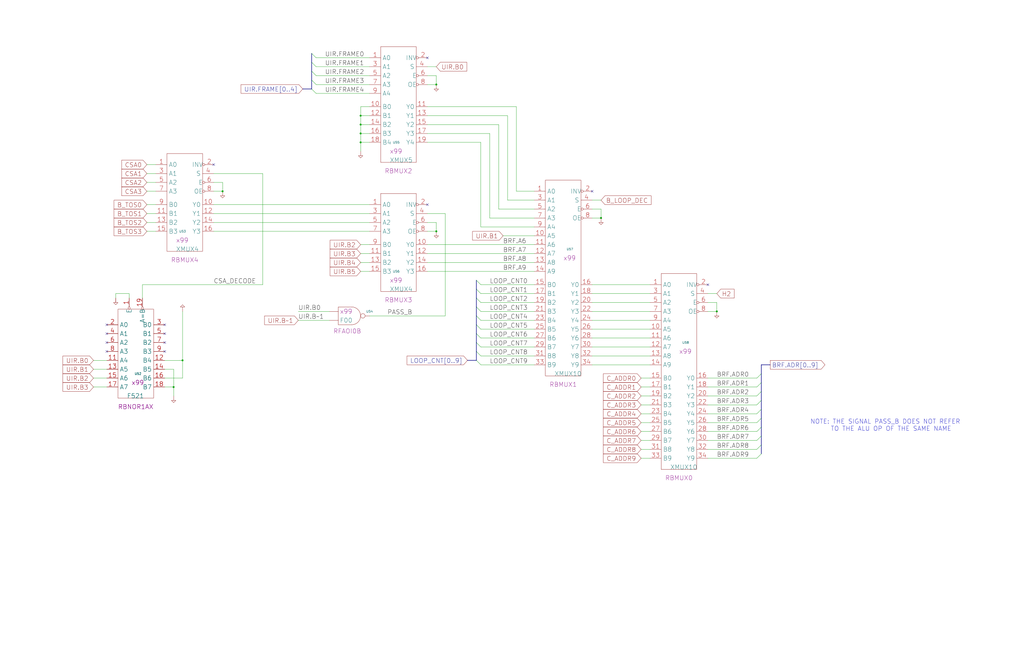
<source format=kicad_sch>
(kicad_sch (version 20230121) (generator eeschema)
  (paper "User" 584.2 378.46)
  (title_block (title "REGISTER FILE CONTROL\\nB ADDRESS GENERATION") (date "15-MAR-90") (rev "1.0") (comment 1 "TYPE") (comment 2 "232-003062") (comment 3 "S400") (comment 4 "RELEASED"))
  (lib_symbols
    (symbol "r1000:F00" (pin_numbers hide) (pin_names hide)
      (property "Reference" "U" (at 15.24 0 0))
      (property "Value" "F00" (at 1.905 -5.08 0))
      (property "Location" "___" (at 1.905 0 0))
      (property "Name" "______" (at 2.54 -12.7 0))
      (symbol "F00_0_1"
        (polyline (pts (xy -2.54 -7.62) (xy 5.08 -7.62)) (stroke (width 0.1524)))
        (polyline (pts (xy -2.54 2.54) (xy -2.54 -7.62)) (stroke (width 0.1524)))
        (polyline (pts (xy -2.54 2.54) (xy 5.08 2.54)) (stroke (width 0.1524)))
        (arc (start 5.08 -7.62) (mid 10.1282 -2.54) (end 5.08 2.54) (stroke (width 0.1524)))
        (circle (center 11.43 -2.54) (radius 1.27) (stroke (width 0.1524)))
      )
      (symbol "F00_0_2"
        (circle (center -3.81 -5.08) (radius 1.27) (stroke (width 0.1524)))
        (circle (center -3.81 0) (radius 1.27) (stroke (width 0.1524)))
        (arc (start -3.175 -7.62) (mid -2.134 -2.54) (end -3.175 2.54) (stroke (width 0.1524)))
        (polyline (pts (xy -3.175 -7.62) (xy 3.81 -7.62)) (stroke (width 0.1524)))
        (polyline (pts (xy -3.175 2.54) (xy 3.81 2.54)) (stroke (width 0.1524)))
        (arc (start 3.81 -7.62) (mid 7.5855 -5.8306) (end 10.16 -2.54) (stroke (width 0.1524)))
        (arc (start 10.16 -2.54) (mid 7.5827 0.7471) (end 3.81 2.54) (stroke (width 0.1524)))
      )
      (symbol "F00_1_1"
        (pin input line (at -7.62 0 0) (length 5.08) (name "D0") (number "1"))
        (pin input line (at -7.62 -5.08 0) (length 5.08) (name "D1") (number "2"))
        (pin output line (at 15.24 -2.54 180) (length 2.54) (name "Q") (number "3"))
      )
      (symbol "F00_1_2"
        (pin input line (at -7.62 0 0) (length 2.54) (name "D0") (number "1"))
        (pin input line (at -7.62 -5.08 0) (length 2.54) (name "D1") (number "2"))
        (pin output line (at 15.24 -2.54 180) (length 5.08) (name "Q") (number "3"))
      )
    )
    (symbol "r1000:F521" (pin_names (offset 1.016))
      (property "Reference" "U" (at 2.54 5.08 0))
      (property "Value" "F521" (at -3.81 -7.62 0))
      (property "Location" "___" (at -1.27 0 0))
      (property "Name" "______" (at 1.27 -15.24 0))
      (symbol "F521_1_1"
        (rectangle (start -8.89 41.91) (end 11.43 -8.89))
        (circle (center -2.54 42.545) (radius 0.635))
        (circle (center 5.08 42.545) (radius 0.635))
        (pin input line (at -2.54 48.26 270) (length 5.08) (name "E") (number "1"))
        (pin input line (at -15.24 12.7 0) (length 6.35) (name "A4") (number "11"))
        (pin input line (at 17.78 12.7 180) (length 6.35) (name "B4") (number "12"))
        (pin input line (at -15.24 7.62 0) (length 6.35) (name "A5") (number "13"))
        (pin input line (at 17.78 7.62 180) (length 6.35) (name "B5") (number "14"))
        (pin input line (at -15.24 2.54 0) (length 6.35) (name "A6") (number "15"))
        (pin input line (at 17.78 2.54 180) (length 6.35) (name "B6") (number "16"))
        (pin input line (at -15.24 -2.54 0) (length 6.35) (name "A7") (number "17"))
        (pin input line (at 17.78 -2.54 180) (length 6.35) (name "B7") (number "18"))
        (pin output line (at 5.08 48.26 270) (length 5.08) (name "A=B") (number "19"))
        (pin input line (at -15.24 33.02 0) (length 6.35) (name "A0") (number "2"))
        (pin input line (at 17.78 33.02 180) (length 6.35) (name "B0") (number "3"))
        (pin input line (at -15.24 27.94 0) (length 6.35) (name "A1") (number "4"))
        (pin input line (at 17.78 27.94 180) (length 6.35) (name "B1") (number "5"))
        (pin input line (at -15.24 22.86 0) (length 6.35) (name "A2") (number "6"))
        (pin input line (at 17.78 22.86 180) (length 6.35) (name "B2") (number "7"))
        (pin input line (at -15.24 17.78 0) (length 6.35) (name "A3") (number "8"))
        (pin input line (at 17.78 17.78 180) (length 6.35) (name "B3") (number "9"))
      )
    )
    (symbol "r1000:PD" (power) (pin_numbers hide) (pin_names hide) (in_bom no)
      (symbol "PD_0_1"
        (polyline (pts (xy 0 -2.54) (xy 1.27 -2.54) (xy 0 -3.81) (xy -1.27 -2.54) (xy 0 -2.54)) (stroke (width 0.1524)))
      )
      (symbol "PD_1_1"
        (pin power_in line (at 0 0 270) (length 2.54) (name "PD") (number "1"))
      )
    )
    (symbol "r1000:PU" (power) (pin_numbers hide) (pin_names hide)
      (symbol "PU_0_1"
        (polyline (pts (xy 0 2.54) (xy -1.27 2.54) (xy 0 3.81) (xy 1.27 2.54) (xy 0 2.54)) (stroke (width 0.1524)))
      )
      (symbol "PU_1_1"
        (pin power_in line (at 0 0 90) (length 2.54) (name "PU") (number "1"))
      )
    )
    (symbol "r1000:XMUX10" (pin_names (offset 1.016))
      (property "Reference" "U" (at 2.54 5.08 0))
      (property "Value" "XMUX10" (at -6.35 -66.04 0))
      (property "Location" "___" (at -1.27 0 0))
      (property "Name" "______" (at -1.27 -73.66 0))
      (symbol "XMUX10_1_1"
        (rectangle (start -11.43 44.45) (end 8.89 -67.31))
        (circle (center 9.525 22.86) (radius 0.635))
        (circle (center 9.525 27.94) (radius 0.635))
        (circle (center 9.525 38.1) (radius 0.635))
        (pin input line (at -17.78 38.1 0) (length 6.35) (name "A0") (number "1"))
        (pin input line (at -17.78 12.7 0) (length 6.35) (name "A5") (number "10"))
        (pin input line (at -17.78 7.62 0) (length 6.35) (name "A6") (number "11"))
        (pin input line (at -17.78 2.54 0) (length 6.35) (name "A7") (number "12"))
        (pin input line (at -17.78 -2.54 0) (length 6.35) (name "A8") (number "13"))
        (pin input line (at -17.78 -7.62 0) (length 6.35) (name "A9") (number "14"))
        (pin input line (at -17.78 -15.24 0) (length 6.35) (name "B0") (number "15"))
        (pin tri_state line (at 15.24 -15.24 180) (length 6.35) (name "Y0") (number "16"))
        (pin input line (at -17.78 -20.32 0) (length 6.35) (name "B1") (number "17"))
        (pin tri_state line (at 15.24 -20.32 180) (length 6.35) (name "Y1") (number "18"))
        (pin input line (at -17.78 -25.4 0) (length 6.35) (name "B2") (number "19"))
        (pin input line (at 15.24 38.1 180) (length 5.08) (name "INV") (number "2"))
        (pin tri_state line (at 15.24 -25.4 180) (length 6.35) (name "Y2") (number "20"))
        (pin input line (at -17.78 -30.48 0) (length 6.35) (name "B3") (number "21"))
        (pin tri_state line (at 15.24 -30.48 180) (length 6.35) (name "Y3") (number "22"))
        (pin input line (at -17.78 -35.56 0) (length 6.35) (name "B4") (number "23"))
        (pin tri_state line (at 15.24 -35.56 180) (length 6.35) (name "Y4") (number "24"))
        (pin input line (at -17.78 -40.64 0) (length 6.35) (name "B5") (number "25"))
        (pin tri_state line (at 15.24 -40.64 180) (length 6.35) (name "Y5") (number "26"))
        (pin input line (at -17.78 -45.72 0) (length 6.35) (name "B6") (number "27"))
        (pin tri_state line (at 15.24 -45.72 180) (length 6.35) (name "Y6") (number "28"))
        (pin input line (at -17.78 -50.8 0) (length 6.35) (name "B7") (number "29"))
        (pin input line (at -17.78 33.02 0) (length 6.35) (name "A1") (number "3"))
        (pin tri_state line (at 15.24 -50.8 180) (length 6.35) (name "Y7") (number "30"))
        (pin input line (at -17.78 -55.88 0) (length 6.35) (name "B8") (number "31"))
        (pin tri_state line (at 15.24 -55.88 180) (length 6.35) (name "Y8") (number "32"))
        (pin input line (at -17.78 -60.96 0) (length 6.35) (name "B9") (number "33"))
        (pin tri_state line (at 15.24 -60.96 180) (length 6.35) (name "Y9") (number "34"))
        (pin input line (at 15.24 33.02 180) (length 6.35) (name "S") (number "4"))
        (pin input line (at -17.78 27.94 0) (length 6.35) (name "A2") (number "5"))
        (pin input line (at 15.24 27.94 180) (length 5.08) (name "E") (number "6"))
        (pin input line (at -17.78 22.86 0) (length 6.35) (name "A3") (number "7"))
        (pin input line (at 15.24 22.86 180) (length 5.08) (name "OE") (number "8"))
        (pin input line (at -17.78 17.78 0) (length 6.35) (name "A4") (number "9"))
      )
    )
    (symbol "r1000:XMUX4" (pin_names (offset 1.016))
      (property "Reference" "U" (at 2.54 5.08 0))
      (property "Value" "XMUX4" (at -1.27 -5.08 0))
      (property "Location" "___" (at -1.27 0 0))
      (property "Name" "______" (at 3.81 -12.7 0))
      (symbol "XMUX4_1_1"
        (rectangle (start -6.35 49.53) (end 13.97 -6.35))
        (circle (center 14.605 27.94) (radius 0.635))
        (circle (center 14.605 33.02) (radius 0.635))
        (circle (center 14.605 43.18) (radius 0.635))
        (pin input line (at -12.7 43.18 0) (length 6.35) (name "A0") (number "1"))
        (pin tri_state line (at 20.32 20.32 180) (length 6.35) (name "Y0") (number "10"))
        (pin input line (at -12.7 15.24 0) (length 6.35) (name "B1") (number "11"))
        (pin tri_state line (at 20.32 15.24 180) (length 6.35) (name "Y1") (number "12"))
        (pin input line (at -12.7 10.16 0) (length 6.35) (name "B2") (number "13"))
        (pin tri_state line (at 20.32 10.16 180) (length 6.35) (name "Y2") (number "14"))
        (pin input line (at -12.7 5.08 0) (length 6.35) (name "B3") (number "15"))
        (pin tri_state line (at 20.32 5.08 180) (length 6.35) (name "Y3") (number "16"))
        (pin input line (at 20.32 43.18 180) (length 5.08) (name "INV") (number "2"))
        (pin input line (at -12.7 38.1 0) (length 6.35) (name "A1") (number "3"))
        (pin input line (at 20.32 38.1 180) (length 6.35) (name "S") (number "4"))
        (pin input line (at -12.7 33.02 0) (length 6.35) (name "A2") (number "5"))
        (pin input line (at 20.32 33.02 180) (length 5.08) (name "E") (number "6"))
        (pin input line (at -12.7 27.94 0) (length 6.35) (name "A3") (number "7"))
        (pin input line (at 20.32 27.94 180) (length 5.08) (name "OE") (number "8"))
        (pin input line (at -12.7 20.32 0) (length 6.35) (name "B0") (number "9"))
      )
    )
    (symbol "r1000:XMUX5" (pin_names (offset 1.016))
      (property "Reference" "U" (at 2.54 5.08 0))
      (property "Value" "XMUX5" (at -1.27 -5.08 0))
      (property "Location" "___" (at -1.27 0 0))
      (property "Name" "______" (at 3.81 -12.7 0))
      (symbol "XMUX5_1_1"
        (rectangle (start -6.35 59.69) (end 13.97 -6.35))
        (circle (center 14.605 38.1) (radius 0.635))
        (circle (center 14.605 43.18) (radius 0.635))
        (circle (center 14.605 53.34) (radius 0.635))
        (pin input line (at -12.7 53.34 0) (length 6.35) (name "A0") (number "1"))
        (pin input line (at -12.7 25.4 0) (length 6.35) (name "B0") (number "10"))
        (pin tri_state line (at 20.32 25.4 180) (length 6.35) (name "Y0") (number "11"))
        (pin input line (at -12.7 20.32 0) (length 6.35) (name "B1") (number "12"))
        (pin tri_state line (at 20.32 20.32 180) (length 6.35) (name "Y1") (number "13"))
        (pin input line (at -12.7 15.24 0) (length 6.35) (name "B2") (number "14"))
        (pin tri_state line (at 20.32 15.24 180) (length 6.35) (name "Y2") (number "15"))
        (pin input line (at -12.7 10.16 0) (length 6.35) (name "B3") (number "16"))
        (pin tri_state line (at 20.32 10.16 180) (length 6.35) (name "Y3") (number "17"))
        (pin input line (at -12.7 5.08 0) (length 6.35) (name "B4") (number "18"))
        (pin tri_state line (at 20.32 5.08 180) (length 6.35) (name "Y4") (number "19"))
        (pin input line (at 20.32 53.34 180) (length 5.08) (name "INV") (number "2"))
        (pin input line (at -12.7 48.26 0) (length 6.35) (name "A1") (number "3"))
        (pin input line (at 20.32 48.26 180) (length 6.35) (name "S") (number "4"))
        (pin input line (at -12.7 43.18 0) (length 6.35) (name "A2") (number "5"))
        (pin input line (at 20.32 43.18 180) (length 5.08) (name "E") (number "6"))
        (pin input line (at -12.7 38.1 0) (length 6.35) (name "A3") (number "7"))
        (pin input line (at 20.32 38.1 180) (length 5.08) (name "OE") (number "8"))
        (pin input line (at -12.7 33.02 0) (length 6.35) (name "A4") (number "9"))
      )
    )
  )
  (junction (at 205.74 76.2))
  (junction (at 342.9 124.46))
  (junction (at 408.94 177.8))
  (junction (at 99.06 220.98))
  (junction (at 205.74 66.04))
  (junction (at 205.74 71.12))
  (junction (at 248.92 132.08))
  (junction (at 104.14 205.74))
  (junction (at 248.92 48.26))
  (junction (at 205.74 81.28))
  (junction (at 127 109.22))
  (no_connect (at 403.86 162.56))
  (no_connect (at 93.98 190.5))
  (no_connect (at 93.98 185.42))
  (no_connect (at 60.96 200.66))
  (no_connect (at 337.82 109.22))
  (no_connect (at 121.92 93.98))
  (no_connect (at 243.84 33.02))
  (no_connect (at 243.84 116.84))
  (no_connect (at 60.96 185.42))
  (no_connect (at 60.96 190.5))
  (no_connect (at 93.98 195.58))
  (no_connect (at 60.96 195.58))
  (no_connect (at 93.98 200.66))
  (bus_entry (at 434.34 248.92) (size -2.54 2.54))
  (bus_entry (at 271.78 200.66) (size 2.54 2.54))
  (bus_entry (at 434.34 228.6) (size -2.54 2.54))
  (bus_entry (at 271.78 180.34) (size 2.54 2.54))
  (bus_entry (at 271.78 160.02) (size 2.54 2.54))
  (bus_entry (at 177.8 40.64) (size 2.54 2.54))
  (bus_entry (at 271.78 195.58) (size 2.54 2.54))
  (bus_entry (at 177.8 50.8) (size 2.54 2.54))
  (bus_entry (at 271.78 165.1) (size 2.54 2.54))
  (bus_entry (at 434.34 233.68) (size -2.54 2.54))
  (bus_entry (at 271.78 205.74) (size 2.54 2.54))
  (bus_entry (at 177.8 35.56) (size 2.54 2.54))
  (bus_entry (at 177.8 30.48) (size 2.54 2.54))
  (bus_entry (at 177.8 45.72) (size 2.54 2.54))
  (bus_entry (at 434.34 243.84) (size -2.54 2.54))
  (bus_entry (at 434.34 259.08) (size -2.54 2.54))
  (bus_entry (at 271.78 190.5) (size 2.54 2.54))
  (bus_entry (at 434.34 213.36) (size -2.54 2.54))
  (bus_entry (at 434.34 254) (size -2.54 2.54))
  (bus_entry (at 434.34 238.76) (size -2.54 2.54))
  (bus_entry (at 271.78 175.26) (size 2.54 2.54))
  (bus_entry (at 434.34 223.52) (size -2.54 2.54))
  (bus_entry (at 271.78 185.42) (size 2.54 2.54))
  (bus_entry (at 271.78 170.18) (size 2.54 2.54))
  (bus_entry (at 434.34 218.44) (size -2.54 2.54))
  (wire (pts (xy 83.82 127) (xy 88.9 127)))
  (wire (pts (xy 403.86 167.64) (xy 408.94 167.64)))
  (wire (pts (xy 289.56 66.04) (xy 289.56 114.3)))
  (bus (pts (xy 434.34 213.36) (xy 434.34 208.28)))
  (wire (pts (xy 274.32 162.56) (xy 304.8 162.56)))
  (wire (pts (xy 83.82 109.22) (xy 88.9 109.22)))
  (wire (pts (xy 180.34 53.34) (xy 210.82 53.34)))
  (wire (pts (xy 243.84 121.92) (xy 254 121.92)))
  (bus (pts (xy 271.78 170.18) (xy 271.78 175.26)))
  (wire (pts (xy 66.04 167.64) (xy 73.66 167.64)))
  (wire (pts (xy 274.32 208.28) (xy 304.8 208.28)))
  (wire (pts (xy 243.84 154.94) (xy 304.8 154.94)))
  (bus (pts (xy 271.78 195.58) (xy 271.78 200.66)))
  (wire (pts (xy 287.02 134.62) (xy 304.8 134.62)))
  (bus (pts (xy 434.34 238.76) (xy 434.34 233.68)))
  (bus (pts (xy 434.34 228.6) (xy 434.34 223.52)))
  (wire (pts (xy 121.92 127) (xy 210.82 127)))
  (wire (pts (xy 294.64 60.96) (xy 243.84 60.96)))
  (bus (pts (xy 271.78 165.1) (xy 271.78 170.18)))
  (wire (pts (xy 337.82 198.12) (xy 370.84 198.12)))
  (wire (pts (xy 274.32 203.2) (xy 304.8 203.2)))
  (wire (pts (xy 403.86 231.14) (xy 431.8 231.14)))
  (wire (pts (xy 104.14 215.9) (xy 104.14 205.74)))
  (bus (pts (xy 177.8 30.48) (xy 177.8 35.56)))
  (wire (pts (xy 337.82 203.2) (xy 370.84 203.2)))
  (wire (pts (xy 170.18 177.8) (xy 187.96 177.8)))
  (wire (pts (xy 170.18 182.88) (xy 187.96 182.88)))
  (wire (pts (xy 93.98 210.82) (xy 99.06 210.82)))
  (wire (pts (xy 294.64 109.22) (xy 294.64 60.96)))
  (wire (pts (xy 121.92 121.92) (xy 210.82 121.92)))
  (wire (pts (xy 81.28 162.56) (xy 149.86 162.56)))
  (wire (pts (xy 243.84 66.04) (xy 289.56 66.04)))
  (bus (pts (xy 434.34 254) (xy 434.34 248.92)))
  (wire (pts (xy 365.76 256.54) (xy 370.84 256.54)))
  (bus (pts (xy 434.34 233.68) (xy 434.34 228.6)))
  (wire (pts (xy 66.04 170.18) (xy 66.04 167.64)))
  (wire (pts (xy 243.84 76.2) (xy 279.4 76.2)))
  (wire (pts (xy 254 180.34) (xy 254 121.92)))
  (bus (pts (xy 271.78 175.26) (xy 271.78 180.34)))
  (bus (pts (xy 177.8 40.64) (xy 177.8 45.72)))
  (wire (pts (xy 365.76 215.9) (xy 370.84 215.9)))
  (wire (pts (xy 274.32 129.54) (xy 274.32 81.28)))
  (wire (pts (xy 274.32 167.64) (xy 304.8 167.64)))
  (wire (pts (xy 365.76 251.46) (xy 370.84 251.46)))
  (wire (pts (xy 248.92 127) (xy 243.84 127)))
  (wire (pts (xy 83.82 99.06) (xy 88.9 99.06)))
  (wire (pts (xy 403.86 220.98) (xy 431.8 220.98)))
  (wire (pts (xy 248.92 43.18) (xy 243.84 43.18)))
  (wire (pts (xy 83.82 93.98) (xy 88.9 93.98)))
  (wire (pts (xy 99.06 220.98) (xy 99.06 226.06)))
  (wire (pts (xy 83.82 116.84) (xy 88.9 116.84)))
  (wire (pts (xy 93.98 205.74) (xy 104.14 205.74)))
  (wire (pts (xy 274.32 172.72) (xy 304.8 172.72)))
  (wire (pts (xy 180.34 43.18) (xy 210.82 43.18)))
  (wire (pts (xy 274.32 198.12) (xy 304.8 198.12)))
  (wire (pts (xy 408.94 177.8) (xy 408.94 172.72)))
  (bus (pts (xy 434.34 218.44) (xy 434.34 213.36)))
  (wire (pts (xy 81.28 162.56) (xy 81.28 170.18)))
  (wire (pts (xy 304.8 129.54) (xy 274.32 129.54)))
  (wire (pts (xy 337.82 172.72) (xy 370.84 172.72)))
  (wire (pts (xy 205.74 76.2) (xy 205.74 71.12)))
  (wire (pts (xy 365.76 241.3) (xy 370.84 241.3)))
  (bus (pts (xy 177.8 35.56) (xy 177.8 40.64)))
  (wire (pts (xy 284.48 71.12) (xy 243.84 71.12)))
  (wire (pts (xy 205.74 71.12) (xy 205.74 66.04)))
  (wire (pts (xy 342.9 119.38) (xy 337.82 119.38)))
  (wire (pts (xy 205.74 71.12) (xy 210.82 71.12)))
  (bus (pts (xy 434.34 223.52) (xy 434.34 218.44)))
  (bus (pts (xy 271.78 185.42) (xy 271.78 190.5)))
  (wire (pts (xy 304.8 119.38) (xy 284.48 119.38)))
  (wire (pts (xy 365.76 236.22) (xy 370.84 236.22)))
  (wire (pts (xy 205.74 81.28) (xy 210.82 81.28)))
  (wire (pts (xy 403.86 226.06) (xy 431.8 226.06)))
  (wire (pts (xy 53.34 215.9) (xy 60.96 215.9)))
  (wire (pts (xy 127 109.22) (xy 127 104.14)))
  (wire (pts (xy 337.82 162.56) (xy 370.84 162.56)))
  (wire (pts (xy 210.82 180.34) (xy 254 180.34)))
  (wire (pts (xy 408.94 172.72) (xy 403.86 172.72)))
  (wire (pts (xy 403.86 256.54) (xy 431.8 256.54)))
  (wire (pts (xy 403.86 177.8) (xy 408.94 177.8)))
  (wire (pts (xy 243.84 139.7) (xy 304.8 139.7)))
  (wire (pts (xy 93.98 215.9) (xy 104.14 215.9)))
  (wire (pts (xy 121.92 116.84) (xy 210.82 116.84)))
  (wire (pts (xy 248.92 132.08) (xy 248.92 127)))
  (wire (pts (xy 304.8 109.22) (xy 294.64 109.22)))
  (wire (pts (xy 121.92 109.22) (xy 127 109.22)))
  (wire (pts (xy 243.84 149.86) (xy 304.8 149.86)))
  (wire (pts (xy 127 104.14) (xy 121.92 104.14)))
  (wire (pts (xy 403.86 251.46) (xy 431.8 251.46)))
  (wire (pts (xy 279.4 124.46) (xy 304.8 124.46)))
  (wire (pts (xy 365.76 246.38) (xy 370.84 246.38)))
  (wire (pts (xy 403.86 215.9) (xy 431.8 215.9)))
  (wire (pts (xy 337.82 124.46) (xy 342.9 124.46)))
  (wire (pts (xy 93.98 220.98) (xy 99.06 220.98)))
  (wire (pts (xy 274.32 193.04) (xy 304.8 193.04)))
  (wire (pts (xy 99.06 210.82) (xy 99.06 220.98)))
  (wire (pts (xy 337.82 167.64) (xy 370.84 167.64)))
  (wire (pts (xy 53.34 210.82) (xy 60.96 210.82)))
  (wire (pts (xy 121.92 132.08) (xy 210.82 132.08)))
  (wire (pts (xy 243.84 48.26) (xy 248.92 48.26)))
  (bus (pts (xy 271.78 190.5) (xy 271.78 195.58)))
  (wire (pts (xy 337.82 182.88) (xy 370.84 182.88)))
  (bus (pts (xy 434.34 248.92) (xy 434.34 243.84)))
  (wire (pts (xy 403.86 236.22) (xy 431.8 236.22)))
  (wire (pts (xy 180.34 33.02) (xy 210.82 33.02)))
  (wire (pts (xy 274.32 187.96) (xy 304.8 187.96)))
  (wire (pts (xy 289.56 114.3) (xy 304.8 114.3)))
  (wire (pts (xy 205.74 66.04) (xy 210.82 66.04)))
  (wire (pts (xy 149.86 99.06) (xy 121.92 99.06)))
  (bus (pts (xy 434.34 259.08) (xy 434.34 254)))
  (wire (pts (xy 337.82 193.04) (xy 370.84 193.04)))
  (wire (pts (xy 205.74 66.04) (xy 205.74 60.96)))
  (wire (pts (xy 83.82 121.92) (xy 88.9 121.92)))
  (wire (pts (xy 337.82 114.3) (xy 342.9 114.3)))
  (wire (pts (xy 180.34 38.1) (xy 210.82 38.1)))
  (wire (pts (xy 83.82 104.14) (xy 88.9 104.14)))
  (wire (pts (xy 205.74 86.36) (xy 205.74 81.28)))
  (bus (pts (xy 271.78 200.66) (xy 271.78 205.74)))
  (wire (pts (xy 284.48 119.38) (xy 284.48 71.12)))
  (wire (pts (xy 205.74 139.7) (xy 210.82 139.7)))
  (wire (pts (xy 403.86 241.3) (xy 431.8 241.3)))
  (wire (pts (xy 365.76 220.98) (xy 370.84 220.98)))
  (wire (pts (xy 83.82 132.08) (xy 88.9 132.08)))
  (wire (pts (xy 205.74 76.2) (xy 210.82 76.2)))
  (wire (pts (xy 365.76 261.62) (xy 370.84 261.62)))
  (wire (pts (xy 149.86 162.56) (xy 149.86 99.06)))
  (wire (pts (xy 243.84 132.08) (xy 248.92 132.08)))
  (wire (pts (xy 243.84 38.1) (xy 248.92 38.1)))
  (wire (pts (xy 248.92 48.26) (xy 248.92 43.18)))
  (wire (pts (xy 205.74 149.86) (xy 210.82 149.86)))
  (wire (pts (xy 365.76 231.14) (xy 370.84 231.14)))
  (wire (pts (xy 53.34 220.98) (xy 60.96 220.98)))
  (wire (pts (xy 337.82 177.8) (xy 370.84 177.8)))
  (wire (pts (xy 365.76 226.06) (xy 370.84 226.06)))
  (wire (pts (xy 205.74 144.78) (xy 210.82 144.78)))
  (wire (pts (xy 337.82 187.96) (xy 370.84 187.96)))
  (wire (pts (xy 205.74 81.28) (xy 205.74 76.2)))
  (wire (pts (xy 403.86 261.62) (xy 431.8 261.62)))
  (bus (pts (xy 434.34 243.84) (xy 434.34 238.76)))
  (wire (pts (xy 337.82 208.28) (xy 370.84 208.28)))
  (wire (pts (xy 53.34 205.74) (xy 60.96 205.74)))
  (wire (pts (xy 180.34 48.26) (xy 210.82 48.26)))
  (wire (pts (xy 73.66 167.64) (xy 73.66 170.18)))
  (bus (pts (xy 177.8 45.72) (xy 177.8 50.8)))
  (wire (pts (xy 205.74 60.96) (xy 210.82 60.96)))
  (wire (pts (xy 274.32 177.8) (xy 304.8 177.8)))
  (bus (pts (xy 271.78 180.34) (xy 271.78 185.42)))
  (wire (pts (xy 403.86 246.38) (xy 431.8 246.38)))
  (wire (pts (xy 243.84 144.78) (xy 304.8 144.78)))
  (bus (pts (xy 266.7 205.74) (xy 271.78 205.74)))
  (wire (pts (xy 274.32 182.88) (xy 304.8 182.88)))
  (bus (pts (xy 434.34 208.28) (xy 439.42 208.28)))
  (bus (pts (xy 172.72 50.8) (xy 177.8 50.8)))
  (bus (pts (xy 271.78 160.02) (xy 271.78 165.1)))
  (wire (pts (xy 205.74 154.94) (xy 210.82 154.94)))
  (wire (pts (xy 279.4 76.2) (xy 279.4 124.46)))
  (wire (pts (xy 342.9 124.46) (xy 342.9 119.38)))
  (wire (pts (xy 274.32 81.28) (xy 243.84 81.28)))
  (wire (pts (xy 104.14 205.74) (xy 104.14 177.8)))
  (text "NOTE: THE SIGNAL PASS_B DOES NOT REFER\n      TO THE ALU OP OF THE SAME NAME" (at 462.28 246.38 0) (effects (font (size 2.54 2.54)) (justify left bottom)))
  (label "CSA_DECODE" (at 121.92 162.56 0) (effects (font (size 2.54 2.54))))
  (label "BRF.A8" (at 287.02 149.86 0) (effects (font (size 2.54 2.54))))
  (label "BRF.ADR8" (at 408.94 256.54 0) (effects (font (size 2.54 2.54))))
  (label "BRF.A9" (at 287.02 154.94 0) (effects (font (size 2.54 2.54))))
  (label "UIR.FRAME1" (at 185.42 38.1 0) (effects (font (size 2.54 2.54))))
  (label "LOOP_CNT1" (at 279.4 167.64 0) (effects (font (size 2.54 2.54))))
  (label "BRF.ADR7" (at 408.94 251.46 0) (effects (font (size 2.54 2.54))))
  (label "LOOP_CNT2" (at 279.4 172.72 0) (effects (font (size 2.54 2.54))))
  (label "BRF.ADR3" (at 408.94 231.14 0) (effects (font (size 2.54 2.54))))
  (label "BRF.ADR2" (at 408.94 226.06 0) (effects (font (size 2.54 2.54))))
  (label "BRF.ADR0" (at 408.94 215.9 0) (effects (font (size 2.54 2.54))))
  (label "BRF.ADR6" (at 408.94 246.38 0) (effects (font (size 2.54 2.54))))
  (label "PASS_B" (at 220.98 180.34 0) (effects (font (size 2.54 2.54))))
  (label "LOOP_CNT5" (at 279.4 187.96 0) (effects (font (size 2.54 2.54))))
  (label "UIR.B0" (at 170.18 177.8 0) (effects (font (size 2.54 2.54))))
  (label "BRF.A6" (at 287.02 139.7 0) (effects (font (size 2.54 2.54))))
  (label "LOOP_CNT6" (at 279.4 193.04 0) (effects (font (size 2.54 2.54))))
  (label "UIR.B~1" (at 170.18 182.88 0) (effects (font (size 2.54 2.54))))
  (label "LOOP_CNT9" (at 279.4 208.28 0) (effects (font (size 2.54 2.54))))
  (label "LOOP_CNT4" (at 279.4 182.88 0) (effects (font (size 2.54 2.54))))
  (label "BRF.ADR9" (at 408.94 261.62 0) (effects (font (size 2.54 2.54))))
  (label "BRF.ADR1" (at 408.94 220.98 0) (effects (font (size 2.54 2.54))))
  (label "LOOP_CNT7" (at 279.4 198.12 0) (effects (font (size 2.54 2.54))))
  (label "BRF.ADR5" (at 408.94 241.3 0) (effects (font (size 2.54 2.54))))
  (label "UIR.FRAME4" (at 185.42 53.34 0) (effects (font (size 2.54 2.54))))
  (label "UIR.FRAME2" (at 185.42 43.18 0) (effects (font (size 2.54 2.54))))
  (label "UIR.FRAME3" (at 185.42 48.26 0) (effects (font (size 2.54 2.54))))
  (label "UIR.FRAME0" (at 185.42 33.02 0) (effects (font (size 2.54 2.54))))
  (label "LOOP_CNT8" (at 279.4 203.2 0) (effects (font (size 2.54 2.54))))
  (label "BRF.A7" (at 287.02 144.78 0) (effects (font (size 2.54 2.54))))
  (label "LOOP_CNT0" (at 279.4 162.56 0) (effects (font (size 2.54 2.54))))
  (label "BRF.ADR4" (at 408.94 236.22 0) (effects (font (size 2.54 2.54))))
  (label "LOOP_CNT3" (at 279.4 177.8 0) (effects (font (size 2.54 2.54))))
  (global_label "CSA3" (shape input) (at 83.82 109.22 180) (effects (font (size 2.54 2.54))) (property "Intersheetrefs" "${INTERSHEET_REFS}" (at 69.4388 109.0613 0) (effects (font (size 1.905 1.905)) (justify right))))
  (global_label "UIR.B0" (shape input) (at 248.92 38.1 0) (effects (font (size 2.54 2.54))) (property "Intersheetrefs" "${INTERSHEET_REFS}" (at 266.9919 38.1 0) (effects (justify left))))
  (global_label "C_ADDR5" (shape input) (at 365.76 241.3 180) (effects (font (size 2.54 2.54))) (property "Intersheetrefs" "${INTERSHEET_REFS}" (at 344.2426 241.1413 0) (effects (font (size 1.905 1.905)) (justify right))))
  (global_label "UIR.B3" (shape input) (at 53.34 220.98 180) (effects (font (size 2.54 2.54))) (property "Intersheetrefs" "${INTERSHEET_REFS}" (at 35.2681 220.98 0) (effects (justify right))))
  (global_label "C_ADDR3" (shape input) (at 365.76 231.14 180) (effects (font (size 2.54 2.54))) (property "Intersheetrefs" "${INTERSHEET_REFS}" (at 344.2426 230.9813 0) (effects (font (size 1.905 1.905)) (justify right))))
  (global_label "B_TOS2" (shape input) (at 83.82 127 180) (effects (font (size 2.54 2.54))) (property "Intersheetrefs" "${INTERSHEET_REFS}" (at 65.4473 126.8413 0) (effects (font (size 1.905 1.905)) (justify right))))
  (global_label "CSA2" (shape input) (at 83.82 104.14 180) (effects (font (size 2.54 2.54))) (property "Intersheetrefs" "${INTERSHEET_REFS}" (at 69.4388 103.9813 0) (effects (font (size 1.905 1.905)) (justify right))))
  (global_label "H2" (shape input) (at 408.94 167.64 0) (effects (font (size 2.54 2.54))) (property "Intersheetrefs" "${INTERSHEET_REFS}" (at 418.846 167.4813 0) (effects (font (size 1.905 1.905)) (justify left))))
  (global_label "UIR.B4" (shape input) (at 205.74 149.86 180) (effects (font (size 2.54 2.54))) (property "Intersheetrefs" "${INTERSHEET_REFS}" (at 187.6681 149.86 0) (effects (justify right))))
  (global_label "UIR.B2" (shape input) (at 205.74 139.7 180) (effects (font (size 2.54 2.54))) (property "Intersheetrefs" "${INTERSHEET_REFS}" (at 187.6681 139.7 0) (effects (justify right))))
  (global_label "C_ADDR1" (shape input) (at 365.76 220.98 180) (effects (font (size 2.54 2.54))) (property "Intersheetrefs" "${INTERSHEET_REFS}" (at 346.1778 220.8213 0) (effects (font (size 1.905 1.905)) (justify right))))
  (global_label "B_TOS1" (shape input) (at 83.82 121.92 180) (effects (font (size 2.54 2.54))) (property "Intersheetrefs" "${INTERSHEET_REFS}" (at 65.4473 121.7613 0) (effects (font (size 1.905 1.905)) (justify right))))
  (global_label "B_LOOP_DEC" (shape input) (at 342.9 114.3 0) (effects (font (size 2.54 2.54))) (property "Intersheetrefs" "${INTERSHEET_REFS}" (at 372.0996 114.3 0) (effects (font (size 1.905 1.905)) (justify left))))
  (global_label "B_TOS0" (shape input) (at 83.82 116.84 180) (effects (font (size 2.54 2.54))) (property "Intersheetrefs" "${INTERSHEET_REFS}" (at 65.4473 116.6813 0) (effects (font (size 1.905 1.905)) (justify right))))
  (global_label "UIR.B2" (shape input) (at 53.34 215.9 180) (effects (font (size 2.54 2.54))) (property "Intersheetrefs" "${INTERSHEET_REFS}" (at 35.2681 215.9 0) (effects (justify right))))
  (global_label "UIR.B~1" (shape input) (at 170.18 182.88 180) (effects (font (size 2.54 2.54))) (property "Intersheetrefs" "${INTERSHEET_REFS}" (at 150.2938 182.88 0) (effects (justify right))))
  (global_label "B_TOS3" (shape input) (at 83.82 132.08 180) (effects (font (size 2.54 2.54))) (property "Intersheetrefs" "${INTERSHEET_REFS}" (at 65.4473 131.9213 0) (effects (font (size 1.905 1.905)) (justify right))))
  (global_label "UIR.B5" (shape input) (at 205.74 154.94 180) (effects (font (size 2.54 2.54))) (property "Intersheetrefs" "${INTERSHEET_REFS}" (at 187.6681 154.94 0) (effects (justify right))))
  (global_label "LOOP_CNT[0..9]" (shape input) (at 266.7 205.74 180) (effects (font (size 2.54 2.54))) (property "Intersheetrefs" "${INTERSHEET_REFS}" (at 232.2407 205.5813 0) (effects (font (size 1.905 1.905)) (justify right))))
  (global_label "C_ADDR0" (shape input) (at 365.76 215.9 180) (effects (font (size 2.54 2.54))) (property "Intersheetrefs" "${INTERSHEET_REFS}" (at 344.2426 215.7413 0) (effects (font (size 1.905 1.905)) (justify right))))
  (global_label "C_ADDR7" (shape input) (at 365.76 251.46 180) (effects (font (size 2.54 2.54))) (property "Intersheetrefs" "${INTERSHEET_REFS}" (at 344.2426 251.3013 0) (effects (font (size 1.905 1.905)) (justify right))))
  (global_label "C_ADDR4" (shape input) (at 365.76 236.22 180) (effects (font (size 2.54 2.54))) (property "Intersheetrefs" "${INTERSHEET_REFS}" (at 344.2426 236.0613 0) (effects (font (size 1.905 1.905)) (justify right))))
  (global_label "UIR.B3" (shape input) (at 205.74 144.78 180) (effects (font (size 2.54 2.54))) (property "Intersheetrefs" "${INTERSHEET_REFS}" (at 187.6681 144.78 0) (effects (justify right))))
  (global_label "UIR.B1" (shape input) (at 53.34 210.82 180) (effects (font (size 2.54 2.54))) (property "Intersheetrefs" "${INTERSHEET_REFS}" (at 35.2681 210.82 0) (effects (justify right))))
  (global_label "C_ADDR2" (shape input) (at 365.76 226.06 180) (effects (font (size 2.54 2.54))) (property "Intersheetrefs" "${INTERSHEET_REFS}" (at 344.2426 225.9013 0) (effects (font (size 1.905 1.905)) (justify right))))
  (global_label "CSA1" (shape input) (at 83.82 99.06 180) (effects (font (size 2.54 2.54))) (property "Intersheetrefs" "${INTERSHEET_REFS}" (at 69.4388 98.9013 0) (effects (font (size 1.905 1.905)) (justify right))))
  (global_label "C_ADDR9" (shape input) (at 365.76 261.62 180) (effects (font (size 2.54 2.54))) (property "Intersheetrefs" "${INTERSHEET_REFS}" (at 344.2426 261.4613 0) (effects (font (size 1.905 1.905)) (justify right))))
  (global_label "UIR.B0" (shape input) (at 53.34 205.74 180) (effects (font (size 2.54 2.54))) (property "Intersheetrefs" "${INTERSHEET_REFS}" (at 35.2681 205.74 0) (effects (justify right))))
  (global_label "C_ADDR6" (shape input) (at 365.76 246.38 180) (effects (font (size 2.54 2.54))) (property "Intersheetrefs" "${INTERSHEET_REFS}" (at 344.2426 246.2213 0) (effects (font (size 1.905 1.905)) (justify right))))
  (global_label "UIR.B1" (shape input) (at 287.02 134.62 180) (effects (font (size 2.54 2.54))) (property "Intersheetrefs" "${INTERSHEET_REFS}" (at 268.9481 134.62 0) (effects (justify right))))
  (global_label "C_ADDR8" (shape input) (at 365.76 256.54 180) (effects (font (size 2.54 2.54))) (property "Intersheetrefs" "${INTERSHEET_REFS}" (at 344.2426 256.3813 0) (effects (font (size 1.905 1.905)) (justify right))))
  (global_label "BRF.ADR[0..9]" (shape output) (at 439.42 208.28 0) (effects (font (size 2.54 2.54))) (property "Intersheetrefs" "${INTERSHEET_REFS}" (at 470.2508 208.1213 0) (effects (font (size 1.905 1.905)) (justify left))))
  (global_label "UIR.FRAME[0..4]" (shape input) (at 172.72 50.8 180) (effects (font (size 2.54 2.54))) (property "Intersheetrefs" "${INTERSHEET_REFS}" (at 137.535 50.6413 0) (effects (font (size 1.905 1.905)) (justify right))))
  (global_label "CSA0" (shape input) (at 83.82 93.98 180) (effects (font (size 2.54 2.54))) (property "Intersheetrefs" "${INTERSHEET_REFS}" (at 69.4388 93.8213 0) (effects (font (size 1.905 1.905)) (justify right))))
  (symbol (lib_id "r1000:PD") (at 248.92 48.26 0) (unit 1) (in_bom no)
    (property "Reference" "#PWR040" (effects hide))
    (property "Value" "PD" (effects hide))
  )
  (symbol (lib_id "r1000:PU") (at 104.14 177.8 0) (unit 1)
    (property "Reference" "#PWR037" (effects hide))
    (property "Value" "PU" (effects hide))
  )
  (symbol (lib_id "r1000:XMUX10") (at 322.58 147.32 0) (unit 1)
    (property "Reference" "U57" (at 325.12 142.24 0))
    (property "Value" "XMUX10" (at 316.23 213.36 0) (effects (font (size 2.54 2.54)) (justify left)))
    (property "Location" "x99" (at 321.31 147.32 0) (effects (font (size 2.54 2.54)) (justify left)))
    (property "Name" "RBMUX1" (at 321.31 220.98 0) (effects (font (size 2.54 2.54)) (justify bottom)))
  )
  (symbol (lib_id "r1000:PD") (at 342.9 124.46 0) (unit 1) (in_bom no)
    (property "Reference" "#PWR042" (effects hide))
    (property "Value" "PD" (effects hide))
  )
  (symbol (lib_id "r1000:PD") (at 205.74 86.36 0) (unit 1) (in_bom no)
    (property "Reference" "#PWR039" (effects hide))
    (property "Value" "PD" (effects hide))
  )
  (symbol (lib_id "r1000:XMUX4") (at 101.6 137.16 0) (unit 1)
    (property "Reference" "U53" (at 104.14 132.08 0))
    (property "Value" "XMUX4" (at 100.33 142.24 0) (effects (font (size 2.54 2.54)) (justify left)))
    (property "Location" "x99" (at 100.33 137.16 0) (effects (font (size 2.54 2.54)) (justify left)))
    (property "Name" "RBMUX4" (at 105.41 149.86 0) (effects (font (size 2.54 2.54)) (justify bottom)))
  )
  (symbol (lib_id "r1000:XMUX10") (at 388.62 200.66 0) (unit 1)
    (property "Reference" "U58" (at 391.16 195.58 0))
    (property "Value" "XMUX10" (at 382.27 266.7 0) (effects (font (size 2.54 2.54)) (justify left)))
    (property "Location" "x99" (at 387.35 200.66 0) (effects (font (size 2.54 2.54)) (justify left)))
    (property "Name" "RBMUX0" (at 387.35 274.32 0) (effects (font (size 2.54 2.54)) (justify bottom)))
  )
  (symbol (lib_id "r1000:F521") (at 76.2 218.44 0) (unit 1)
    (property "Reference" "U52" (at 78.74 213.36 0))
    (property "Value" "F521" (at 72.39 226.06 0) (effects (font (size 2.54 2.54)) (justify left)))
    (property "Location" "x99" (at 74.93 218.44 0) (effects (font (size 2.54 2.54)) (justify left)))
    (property "Name" "RBNOR1AX" (at 77.47 233.68 0) (effects (font (size 2.54 2.54)) (justify bottom)))
  )
  (symbol (lib_id "r1000:F00") (at 195.58 177.8 0) (unit 1)
    (property "Reference" "U54" (at 210.82 177.8 0))
    (property "Value" "F00" (at 197.485 182.88 0) (effects (font (size 2.54 2.54))))
    (property "Location" "x99" (at 197.485 177.8 0) (effects (font (size 2.54 2.54))))
    (property "Name" "RFAOI0B" (at 198.12 190.5 0) (effects (font (size 2.54 2.54)) (justify bottom)))
  )
  (symbol (lib_id "r1000:XMUX5") (at 223.52 86.36 0) (unit 1)
    (property "Reference" "U55" (at 226.06 81.28 0))
    (property "Value" "XMUX5" (at 222.25 91.44 0) (effects (font (size 2.54 2.54)) (justify left)))
    (property "Location" "x99" (at 222.25 86.36 0) (effects (font (size 2.54 2.54)) (justify left)))
    (property "Name" "RBMUX2" (at 227.33 99.06 0) (effects (font (size 2.54 2.54)) (justify bottom)))
  )
  (symbol (lib_id "r1000:PD") (at 127 109.22 0) (unit 1) (in_bom no)
    (property "Reference" "#PWR038" (effects hide))
    (property "Value" "PD" (effects hide))
  )
  (symbol (lib_id "r1000:PD") (at 99.06 226.06 0) (unit 1) (in_bom no)
    (property "Reference" "#PWR036" (effects hide))
    (property "Value" "PD" (effects hide))
  )
  (symbol (lib_id "r1000:PD") (at 248.92 132.08 0) (unit 1) (in_bom no)
    (property "Reference" "#PWR041" (effects hide))
    (property "Value" "PD" (effects hide))
  )
  (symbol (lib_id "r1000:PD") (at 408.94 177.8 0) (unit 1) (in_bom no)
    (property "Reference" "#PWR043" (effects hide))
    (property "Value" "PD" (effects hide))
  )
  (symbol (lib_id "r1000:XMUX4") (at 223.52 160.02 0) (unit 1)
    (property "Reference" "U56" (at 226.06 154.94 0))
    (property "Value" "XMUX4" (at 222.25 165.1 0) (effects (font (size 2.54 2.54)) (justify left)))
    (property "Location" "x99" (at 222.25 160.02 0) (effects (font (size 2.54 2.54)) (justify left)))
    (property "Name" "RBMUX3" (at 227.33 172.72 0) (effects (font (size 2.54 2.54)) (justify bottom)))
  )
  (symbol (lib_id "r1000:PD") (at 66.04 170.18 0) (unit 1) (in_bom no)
    (property "Reference" "#PWR035" (effects hide))
    (property "Value" "PD" (effects hide))
  )
)
</source>
